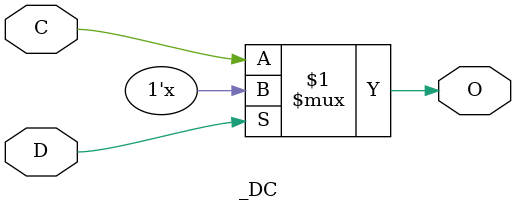
<source format=v>
module _DC(O,C,D);
	output O;
	input C,D;
	assign O = D?1'bx:C;
endmodule

</source>
